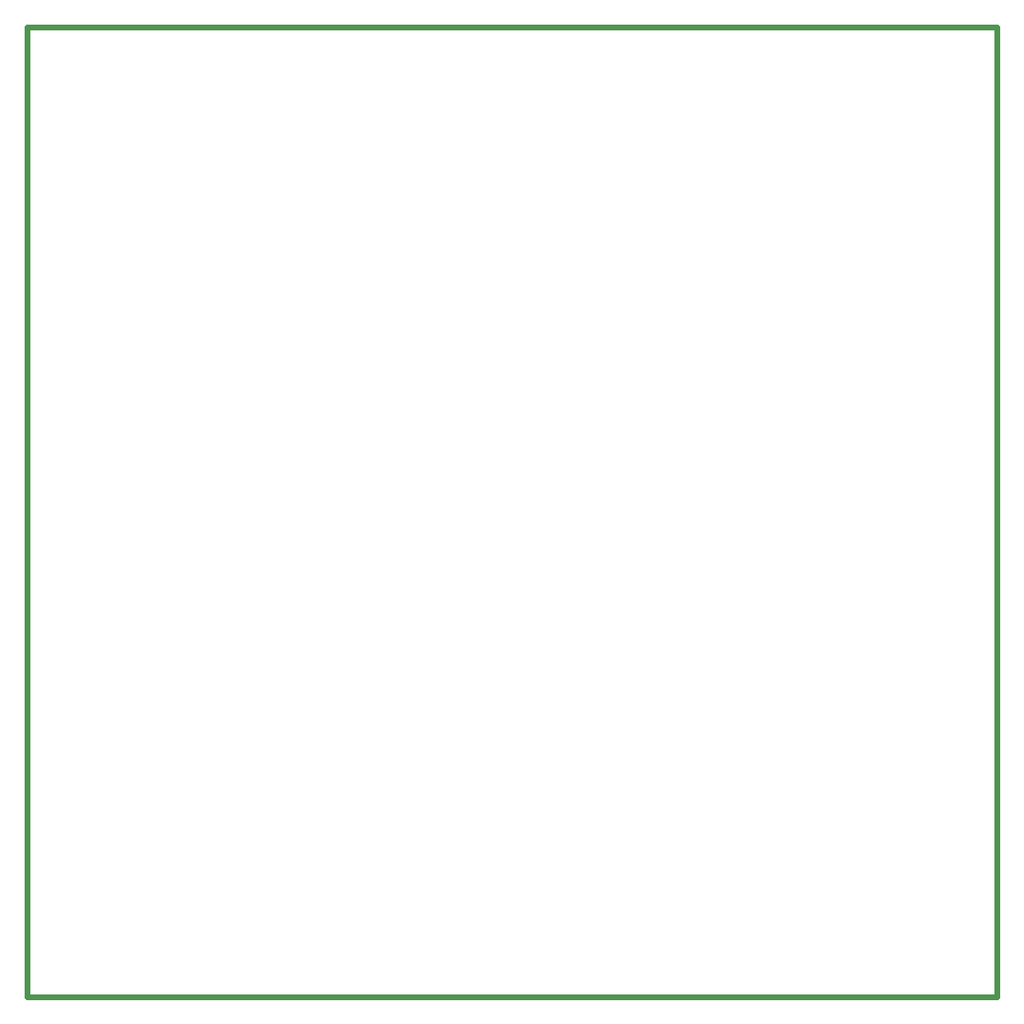
<source format=gbr>
%FSLAX34Y34*%
%MOMM*%
%LNOUTLINE*%
G71*
G01*
%ADD10C, 0.600*%
%LPD*%
G54D10*
X0Y0D02*
X1000000Y0D01*
X1000000Y-1000000D01*
X0Y-1000000D01*
X0Y0D01*
M02*

</source>
